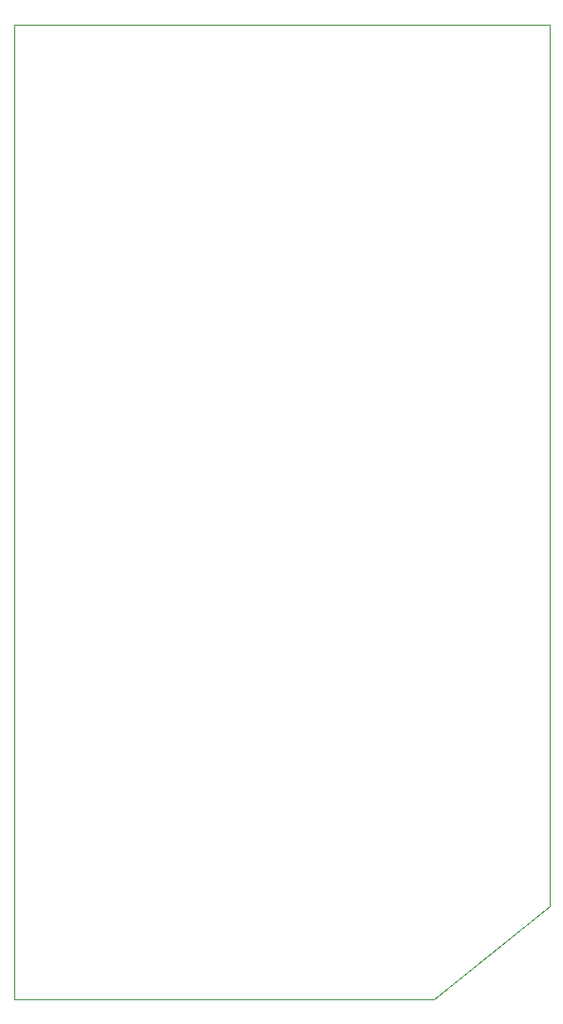
<source format=gbr>
G04 #@! TF.GenerationSoftware,KiCad,Pcbnew,(5.1.4)-1*
G04 #@! TF.CreationDate,2020-02-11T18:39:35-06:00*
G04 #@! TF.ProjectId,ArduinoBreakoutboardControl,41726475-696e-46f4-9272-65616b6f7574,rev?*
G04 #@! TF.SameCoordinates,Original*
G04 #@! TF.FileFunction,Profile,NP*
%FSLAX46Y46*%
G04 Gerber Fmt 4.6, Leading zero omitted, Abs format (unit mm)*
G04 Created by KiCad (PCBNEW (5.1.4)-1) date 2020-02-11 18:39:35*
%MOMM*%
%LPD*%
G04 APERTURE LIST*
%ADD10C,0.100000*%
G04 APERTURE END LIST*
D10*
X125984000Y-36068000D02*
X125984000Y-122809000D01*
X173736000Y-36068000D02*
X125984000Y-36068000D01*
X173736000Y-114554000D02*
X173736000Y-36068000D01*
X163449000Y-122809000D02*
X173736000Y-114554000D01*
X125984000Y-122809000D02*
X163449000Y-122809000D01*
M02*

</source>
